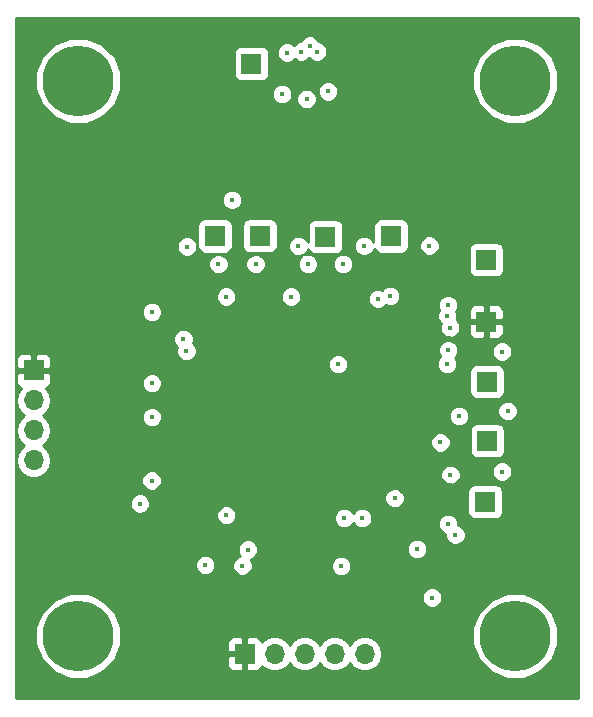
<source format=gbr>
G04 #@! TF.GenerationSoftware,KiCad,Pcbnew,(5.0.1)-3*
G04 #@! TF.CreationDate,2019-01-05T18:42:13-08:00*
G04 #@! TF.ProjectId,EScope-MSDAQ-2-INTANDAQ,4553636F70652D4D534441512D322D49,rev?*
G04 #@! TF.SameCoordinates,Original*
G04 #@! TF.FileFunction,Copper,L3,Inr,Signal*
G04 #@! TF.FilePolarity,Positive*
%FSLAX46Y46*%
G04 Gerber Fmt 4.6, Leading zero omitted, Abs format (unit mm)*
G04 Created by KiCad (PCBNEW (5.0.1)-3) date 1/5/2019 6:42:13 PM*
%MOMM*%
%LPD*%
G01*
G04 APERTURE LIST*
G04 #@! TA.AperFunction,ViaPad*
%ADD10C,6.000000*%
G04 #@! TD*
G04 #@! TA.AperFunction,ViaPad*
%ADD11R,1.700000X1.700000*%
G04 #@! TD*
G04 #@! TA.AperFunction,ViaPad*
%ADD12O,1.700000X1.700000*%
G04 #@! TD*
G04 #@! TA.AperFunction,ViaPad*
%ADD13C,0.450000*%
G04 #@! TD*
G04 #@! TA.AperFunction,Conductor*
%ADD14C,0.254000*%
G04 #@! TD*
G04 APERTURE END LIST*
D10*
G04 #@! TO.N,GND*
G04 #@! TO.C,H1*
X162023600Y-122633800D03*
G04 #@! TD*
G04 #@! TO.N,GND*
G04 #@! TO.C,H3*
X125023600Y-122633800D03*
G04 #@! TD*
G04 #@! TO.N,GND*
G04 #@! TO.C,H4*
X162023600Y-75633800D03*
G04 #@! TD*
G04 #@! TO.N,GND*
G04 #@! TO.C,H2*
X125023600Y-75633800D03*
G04 #@! TD*
D11*
G04 #@! TO.N,GND*
G04 #@! TO.C,J13*
X159588200Y-90779600D03*
G04 #@! TD*
G04 #@! TO.N,+3V3*
G04 #@! TO.C,J12*
X159562800Y-96037400D03*
G04 #@! TD*
G04 #@! TO.N,/LED2*
G04 #@! TO.C,J10*
X159664400Y-106095800D03*
G04 #@! TD*
G04 #@! TO.N,/LED1*
G04 #@! TO.C,J9*
X159639000Y-101092000D03*
G04 #@! TD*
G04 #@! TO.N,/LED3*
G04 #@! TO.C,J11*
X159486600Y-111277400D03*
G04 #@! TD*
G04 #@! TO.N,/MCU_SPI_MISO*
G04 #@! TO.C,J8*
X136613900Y-88757760D03*
G04 #@! TD*
G04 #@! TO.N,/MCU_SPI_SPCK*
G04 #@! TO.C,J7*
X145961100Y-88831420D03*
G04 #@! TD*
G04 #@! TO.N,/MCU_SPI_NPCS*
G04 #@! TO.C,J6*
X151521160Y-88773000D03*
G04 #@! TD*
G04 #@! TO.N,/MCU_SPI_MOSI*
G04 #@! TO.C,J5*
X140416280Y-88745060D03*
G04 #@! TD*
G04 #@! TO.N,Net-(J3-Pad1)*
G04 #@! TO.C,J3*
X139700000Y-74168000D03*
G04 #@! TD*
G04 #@! TO.N,+3V3*
G04 #@! TO.C,J1*
X121248201Y-100148401D03*
D12*
G04 #@! TO.N,/SWDIO*
X121248201Y-102688401D03*
G04 #@! TO.N,/SWCLK*
X121248201Y-105228401D03*
G04 #@! TO.N,GND*
X121248201Y-107768401D03*
G04 #@! TD*
D11*
G04 #@! TO.N,+3V3*
G04 #@! TO.C,J2*
X139115800Y-124155200D03*
D12*
G04 #@! TO.N,/RD*
X141655800Y-124155200D03*
G04 #@! TO.N,/RF*
X144195800Y-124155200D03*
G04 #@! TO.N,/RK*
X146735800Y-124155200D03*
G04 #@! TO.N,GND*
X149275800Y-124155200D03*
G04 #@! TD*
D13*
G04 #@! TO.N,+3V3*
X130187200Y-97727000D03*
X130276600Y-106197400D03*
X145872200Y-115392200D03*
X151536400Y-112623600D03*
X156502600Y-109817400D03*
X156400000Y-97422200D03*
X150571200Y-91109800D03*
X133807200Y-91186000D03*
X133350000Y-89611200D03*
X142773400Y-89560400D03*
X148337540Y-89558860D03*
X153875240Y-89611200D03*
G04 #@! TO.N,GND*
X136906000Y-91160600D03*
X140055600Y-91160600D03*
X131267200Y-95199200D03*
X131267200Y-101244400D03*
X131267200Y-104114600D03*
X131241800Y-109474000D03*
X139395200Y-115316000D03*
X135788400Y-116636800D03*
X153720800Y-115265200D03*
X156972000Y-114071400D03*
X156337000Y-113131600D03*
X154992400Y-119380000D03*
X156514800Y-96520000D03*
X156337000Y-94627200D03*
X147447000Y-91135200D03*
X149072600Y-112649000D03*
X147556800Y-112657200D03*
X160909000Y-108712000D03*
X161391600Y-103581200D03*
X160909000Y-98552000D03*
X134242040Y-89662000D03*
X138049000Y-85710000D03*
X143662400Y-89611200D03*
X149227540Y-89608660D03*
X154762200Y-89585800D03*
X142709900Y-73240900D03*
X156260806Y-99618800D03*
X137566400Y-112420400D03*
X156549649Y-108981951D03*
G04 #@! TO.N,/SCLK-*
X146177000Y-76531800D03*
X145262600Y-73152000D03*
G04 #@! TO.N,/MOSI-*
X144361800Y-77165200D03*
X144627600Y-72644000D03*
G04 #@! TO.N,/MISO-*
X142290800Y-76758800D03*
X143934194Y-73152120D03*
G04 #@! TO.N,/VDDCORE*
X138938000Y-116687600D03*
X147294600Y-116713000D03*
X130251200Y-111429800D03*
X156350200Y-98437200D03*
X156274000Y-95517200D03*
X144475200Y-91135200D03*
X151815800Y-110972600D03*
X134188200Y-98526600D03*
G04 #@! TO.N,/RK*
X147023604Y-99633800D03*
G04 #@! TO.N,/RF*
X143052800Y-93903800D03*
G04 #@! TO.N,/RD*
X137556800Y-93903800D03*
G04 #@! TO.N,/SWDIO*
X133943800Y-97501000D03*
G04 #@! TO.N,/LED3*
X150394400Y-94081600D03*
X155702000Y-106248200D03*
G04 #@! TO.N,/LED2*
X151434800Y-93853000D03*
X157276800Y-104012996D03*
G04 #@! TD*
D14*
G04 #@! TO.N,+3V3*
G36*
X167313600Y-127923800D02*
X119733600Y-127923800D01*
X119733600Y-121910754D01*
X121388600Y-121910754D01*
X121388600Y-123356846D01*
X121941996Y-124692862D01*
X122964538Y-125715404D01*
X124300554Y-126268800D01*
X125746646Y-126268800D01*
X127082662Y-125715404D01*
X128105204Y-124692862D01*
X128209549Y-124440950D01*
X137630800Y-124440950D01*
X137630800Y-125131509D01*
X137727473Y-125364898D01*
X137906101Y-125543527D01*
X138139490Y-125640200D01*
X138830050Y-125640200D01*
X138988800Y-125481450D01*
X138988800Y-124282200D01*
X137789550Y-124282200D01*
X137630800Y-124440950D01*
X128209549Y-124440950D01*
X128658600Y-123356846D01*
X128658600Y-123178891D01*
X137630800Y-123178891D01*
X137630800Y-123869450D01*
X137789550Y-124028200D01*
X138988800Y-124028200D01*
X138988800Y-122828950D01*
X139242800Y-122828950D01*
X139242800Y-124028200D01*
X139262800Y-124028200D01*
X139262800Y-124282200D01*
X139242800Y-124282200D01*
X139242800Y-125481450D01*
X139401550Y-125640200D01*
X140092110Y-125640200D01*
X140325499Y-125543527D01*
X140504127Y-125364898D01*
X140570704Y-125204167D01*
X140585175Y-125225825D01*
X141076382Y-125554039D01*
X141509544Y-125640200D01*
X141802056Y-125640200D01*
X142235218Y-125554039D01*
X142726425Y-125225825D01*
X142925800Y-124927439D01*
X143125175Y-125225825D01*
X143616382Y-125554039D01*
X144049544Y-125640200D01*
X144342056Y-125640200D01*
X144775218Y-125554039D01*
X145266425Y-125225825D01*
X145465800Y-124927439D01*
X145665175Y-125225825D01*
X146156382Y-125554039D01*
X146589544Y-125640200D01*
X146882056Y-125640200D01*
X147315218Y-125554039D01*
X147806425Y-125225825D01*
X148005800Y-124927439D01*
X148205175Y-125225825D01*
X148696382Y-125554039D01*
X149129544Y-125640200D01*
X149422056Y-125640200D01*
X149855218Y-125554039D01*
X150346425Y-125225825D01*
X150674639Y-124734618D01*
X150789892Y-124155200D01*
X150674639Y-123575782D01*
X150346425Y-123084575D01*
X149855218Y-122756361D01*
X149422056Y-122670200D01*
X149129544Y-122670200D01*
X148696382Y-122756361D01*
X148205175Y-123084575D01*
X148005800Y-123382961D01*
X147806425Y-123084575D01*
X147315218Y-122756361D01*
X146882056Y-122670200D01*
X146589544Y-122670200D01*
X146156382Y-122756361D01*
X145665175Y-123084575D01*
X145465800Y-123382961D01*
X145266425Y-123084575D01*
X144775218Y-122756361D01*
X144342056Y-122670200D01*
X144049544Y-122670200D01*
X143616382Y-122756361D01*
X143125175Y-123084575D01*
X142925800Y-123382961D01*
X142726425Y-123084575D01*
X142235218Y-122756361D01*
X141802056Y-122670200D01*
X141509544Y-122670200D01*
X141076382Y-122756361D01*
X140585175Y-123084575D01*
X140570704Y-123106233D01*
X140504127Y-122945502D01*
X140325499Y-122766873D01*
X140092110Y-122670200D01*
X139401550Y-122670200D01*
X139242800Y-122828950D01*
X138988800Y-122828950D01*
X138830050Y-122670200D01*
X138139490Y-122670200D01*
X137906101Y-122766873D01*
X137727473Y-122945502D01*
X137630800Y-123178891D01*
X128658600Y-123178891D01*
X128658600Y-121910754D01*
X158388600Y-121910754D01*
X158388600Y-123356846D01*
X158941996Y-124692862D01*
X159964538Y-125715404D01*
X161300554Y-126268800D01*
X162746646Y-126268800D01*
X164082662Y-125715404D01*
X165105204Y-124692862D01*
X165658600Y-123356846D01*
X165658600Y-121910754D01*
X165105204Y-120574738D01*
X164082662Y-119552196D01*
X162746646Y-118998800D01*
X161300554Y-118998800D01*
X159964538Y-119552196D01*
X158941996Y-120574738D01*
X158388600Y-121910754D01*
X128658600Y-121910754D01*
X128105204Y-120574738D01*
X127082662Y-119552196D01*
X126253957Y-119208935D01*
X154132400Y-119208935D01*
X154132400Y-119551065D01*
X154263328Y-119867151D01*
X154505249Y-120109072D01*
X154821335Y-120240000D01*
X155163465Y-120240000D01*
X155479551Y-120109072D01*
X155721472Y-119867151D01*
X155852400Y-119551065D01*
X155852400Y-119208935D01*
X155721472Y-118892849D01*
X155479551Y-118650928D01*
X155163465Y-118520000D01*
X154821335Y-118520000D01*
X154505249Y-118650928D01*
X154263328Y-118892849D01*
X154132400Y-119208935D01*
X126253957Y-119208935D01*
X125746646Y-118998800D01*
X124300554Y-118998800D01*
X122964538Y-119552196D01*
X121941996Y-120574738D01*
X121388600Y-121910754D01*
X119733600Y-121910754D01*
X119733600Y-116465735D01*
X134928400Y-116465735D01*
X134928400Y-116807865D01*
X135059328Y-117123951D01*
X135301249Y-117365872D01*
X135617335Y-117496800D01*
X135959465Y-117496800D01*
X136275551Y-117365872D01*
X136517472Y-117123951D01*
X136648400Y-116807865D01*
X136648400Y-116516535D01*
X138078000Y-116516535D01*
X138078000Y-116858665D01*
X138208928Y-117174751D01*
X138450849Y-117416672D01*
X138766935Y-117547600D01*
X139109065Y-117547600D01*
X139425151Y-117416672D01*
X139667072Y-117174751D01*
X139798000Y-116858665D01*
X139798000Y-116541935D01*
X146434600Y-116541935D01*
X146434600Y-116884065D01*
X146565528Y-117200151D01*
X146807449Y-117442072D01*
X147123535Y-117573000D01*
X147465665Y-117573000D01*
X147781751Y-117442072D01*
X148023672Y-117200151D01*
X148154600Y-116884065D01*
X148154600Y-116541935D01*
X148023672Y-116225849D01*
X147781751Y-115983928D01*
X147465665Y-115853000D01*
X147123535Y-115853000D01*
X146807449Y-115983928D01*
X146565528Y-116225849D01*
X146434600Y-116541935D01*
X139798000Y-116541935D01*
X139798000Y-116516535D01*
X139667072Y-116200449D01*
X139620258Y-116153635D01*
X139882351Y-116045072D01*
X140124272Y-115803151D01*
X140255200Y-115487065D01*
X140255200Y-115144935D01*
X140234158Y-115094135D01*
X152860800Y-115094135D01*
X152860800Y-115436265D01*
X152991728Y-115752351D01*
X153233649Y-115994272D01*
X153549735Y-116125200D01*
X153891865Y-116125200D01*
X154207951Y-115994272D01*
X154449872Y-115752351D01*
X154580800Y-115436265D01*
X154580800Y-115094135D01*
X154449872Y-114778049D01*
X154207951Y-114536128D01*
X153891865Y-114405200D01*
X153549735Y-114405200D01*
X153233649Y-114536128D01*
X152991728Y-114778049D01*
X152860800Y-115094135D01*
X140234158Y-115094135D01*
X140124272Y-114828849D01*
X139882351Y-114586928D01*
X139566265Y-114456000D01*
X139224135Y-114456000D01*
X138908049Y-114586928D01*
X138666128Y-114828849D01*
X138535200Y-115144935D01*
X138535200Y-115487065D01*
X138666128Y-115803151D01*
X138712942Y-115849965D01*
X138450849Y-115958528D01*
X138208928Y-116200449D01*
X138078000Y-116516535D01*
X136648400Y-116516535D01*
X136648400Y-116465735D01*
X136517472Y-116149649D01*
X136275551Y-115907728D01*
X135959465Y-115776800D01*
X135617335Y-115776800D01*
X135301249Y-115907728D01*
X135059328Y-116149649D01*
X134928400Y-116465735D01*
X119733600Y-116465735D01*
X119733600Y-111258735D01*
X129391200Y-111258735D01*
X129391200Y-111600865D01*
X129522128Y-111916951D01*
X129764049Y-112158872D01*
X130080135Y-112289800D01*
X130422265Y-112289800D01*
X130519955Y-112249335D01*
X136706400Y-112249335D01*
X136706400Y-112591465D01*
X136837328Y-112907551D01*
X137079249Y-113149472D01*
X137395335Y-113280400D01*
X137737465Y-113280400D01*
X138053551Y-113149472D01*
X138295472Y-112907551D01*
X138426400Y-112591465D01*
X138426400Y-112486135D01*
X146696800Y-112486135D01*
X146696800Y-112828265D01*
X146827728Y-113144351D01*
X147069649Y-113386272D01*
X147385735Y-113517200D01*
X147727865Y-113517200D01*
X148043951Y-113386272D01*
X148285872Y-113144351D01*
X148316398Y-113070655D01*
X148343528Y-113136151D01*
X148585449Y-113378072D01*
X148901535Y-113509000D01*
X149243665Y-113509000D01*
X149559751Y-113378072D01*
X149801672Y-113136151D01*
X149874415Y-112960535D01*
X155477000Y-112960535D01*
X155477000Y-113302665D01*
X155607928Y-113618751D01*
X155849849Y-113860672D01*
X156112000Y-113969259D01*
X156112000Y-114242465D01*
X156242928Y-114558551D01*
X156484849Y-114800472D01*
X156800935Y-114931400D01*
X157143065Y-114931400D01*
X157459151Y-114800472D01*
X157701072Y-114558551D01*
X157832000Y-114242465D01*
X157832000Y-113900335D01*
X157701072Y-113584249D01*
X157459151Y-113342328D01*
X157197000Y-113233741D01*
X157197000Y-112960535D01*
X157066072Y-112644449D01*
X156824151Y-112402528D01*
X156508065Y-112271600D01*
X156165935Y-112271600D01*
X155849849Y-112402528D01*
X155607928Y-112644449D01*
X155477000Y-112960535D01*
X149874415Y-112960535D01*
X149932600Y-112820065D01*
X149932600Y-112477935D01*
X149801672Y-112161849D01*
X149559751Y-111919928D01*
X149243665Y-111789000D01*
X148901535Y-111789000D01*
X148585449Y-111919928D01*
X148343528Y-112161849D01*
X148313002Y-112235545D01*
X148285872Y-112170049D01*
X148043951Y-111928128D01*
X147727865Y-111797200D01*
X147385735Y-111797200D01*
X147069649Y-111928128D01*
X146827728Y-112170049D01*
X146696800Y-112486135D01*
X138426400Y-112486135D01*
X138426400Y-112249335D01*
X138295472Y-111933249D01*
X138053551Y-111691328D01*
X137737465Y-111560400D01*
X137395335Y-111560400D01*
X137079249Y-111691328D01*
X136837328Y-111933249D01*
X136706400Y-112249335D01*
X130519955Y-112249335D01*
X130738351Y-112158872D01*
X130980272Y-111916951D01*
X131111200Y-111600865D01*
X131111200Y-111258735D01*
X130980272Y-110942649D01*
X130839158Y-110801535D01*
X150955800Y-110801535D01*
X150955800Y-111143665D01*
X151086728Y-111459751D01*
X151328649Y-111701672D01*
X151644735Y-111832600D01*
X151986865Y-111832600D01*
X152302951Y-111701672D01*
X152544872Y-111459751D01*
X152675800Y-111143665D01*
X152675800Y-110801535D01*
X152544872Y-110485449D01*
X152486823Y-110427400D01*
X157989160Y-110427400D01*
X157989160Y-112127400D01*
X158038443Y-112375165D01*
X158178791Y-112585209D01*
X158388835Y-112725557D01*
X158636600Y-112774840D01*
X160336600Y-112774840D01*
X160584365Y-112725557D01*
X160794409Y-112585209D01*
X160934757Y-112375165D01*
X160984040Y-112127400D01*
X160984040Y-110427400D01*
X160934757Y-110179635D01*
X160794409Y-109969591D01*
X160584365Y-109829243D01*
X160336600Y-109779960D01*
X158636600Y-109779960D01*
X158388835Y-109829243D01*
X158178791Y-109969591D01*
X158038443Y-110179635D01*
X157989160Y-110427400D01*
X152486823Y-110427400D01*
X152302951Y-110243528D01*
X151986865Y-110112600D01*
X151644735Y-110112600D01*
X151328649Y-110243528D01*
X151086728Y-110485449D01*
X150955800Y-110801535D01*
X130839158Y-110801535D01*
X130738351Y-110700728D01*
X130422265Y-110569800D01*
X130080135Y-110569800D01*
X129764049Y-110700728D01*
X129522128Y-110942649D01*
X129391200Y-111258735D01*
X119733600Y-111258735D01*
X119733600Y-109302935D01*
X130381800Y-109302935D01*
X130381800Y-109645065D01*
X130512728Y-109961151D01*
X130754649Y-110203072D01*
X131070735Y-110334000D01*
X131412865Y-110334000D01*
X131728951Y-110203072D01*
X131970872Y-109961151D01*
X132101800Y-109645065D01*
X132101800Y-109302935D01*
X131970872Y-108986849D01*
X131794909Y-108810886D01*
X155689649Y-108810886D01*
X155689649Y-109153016D01*
X155820577Y-109469102D01*
X156062498Y-109711023D01*
X156378584Y-109841951D01*
X156720714Y-109841951D01*
X157036800Y-109711023D01*
X157278721Y-109469102D01*
X157409649Y-109153016D01*
X157409649Y-108810886D01*
X157297831Y-108540935D01*
X160049000Y-108540935D01*
X160049000Y-108883065D01*
X160179928Y-109199151D01*
X160421849Y-109441072D01*
X160737935Y-109572000D01*
X161080065Y-109572000D01*
X161396151Y-109441072D01*
X161638072Y-109199151D01*
X161769000Y-108883065D01*
X161769000Y-108540935D01*
X161638072Y-108224849D01*
X161396151Y-107982928D01*
X161080065Y-107852000D01*
X160737935Y-107852000D01*
X160421849Y-107982928D01*
X160179928Y-108224849D01*
X160049000Y-108540935D01*
X157297831Y-108540935D01*
X157278721Y-108494800D01*
X157036800Y-108252879D01*
X156720714Y-108121951D01*
X156378584Y-108121951D01*
X156062498Y-108252879D01*
X155820577Y-108494800D01*
X155689649Y-108810886D01*
X131794909Y-108810886D01*
X131728951Y-108744928D01*
X131412865Y-108614000D01*
X131070735Y-108614000D01*
X130754649Y-108744928D01*
X130512728Y-108986849D01*
X130381800Y-109302935D01*
X119733600Y-109302935D01*
X119733600Y-102688401D01*
X119734109Y-102688401D01*
X119849362Y-103267819D01*
X120177576Y-103759026D01*
X120475962Y-103958401D01*
X120177576Y-104157776D01*
X119849362Y-104648983D01*
X119734109Y-105228401D01*
X119849362Y-105807819D01*
X120177576Y-106299026D01*
X120475962Y-106498401D01*
X120177576Y-106697776D01*
X119849362Y-107188983D01*
X119734109Y-107768401D01*
X119849362Y-108347819D01*
X120177576Y-108839026D01*
X120668783Y-109167240D01*
X121101945Y-109253401D01*
X121394457Y-109253401D01*
X121827619Y-109167240D01*
X122318826Y-108839026D01*
X122647040Y-108347819D01*
X122762293Y-107768401D01*
X122647040Y-107188983D01*
X122318826Y-106697776D01*
X122020440Y-106498401D01*
X122318826Y-106299026D01*
X122467088Y-106077135D01*
X154842000Y-106077135D01*
X154842000Y-106419265D01*
X154972928Y-106735351D01*
X155214849Y-106977272D01*
X155530935Y-107108200D01*
X155873065Y-107108200D01*
X156189151Y-106977272D01*
X156431072Y-106735351D01*
X156562000Y-106419265D01*
X156562000Y-106077135D01*
X156431072Y-105761049D01*
X156189151Y-105519128D01*
X155873065Y-105388200D01*
X155530935Y-105388200D01*
X155214849Y-105519128D01*
X154972928Y-105761049D01*
X154842000Y-106077135D01*
X122467088Y-106077135D01*
X122647040Y-105807819D01*
X122758832Y-105245800D01*
X158166960Y-105245800D01*
X158166960Y-106945800D01*
X158216243Y-107193565D01*
X158356591Y-107403609D01*
X158566635Y-107543957D01*
X158814400Y-107593240D01*
X160514400Y-107593240D01*
X160762165Y-107543957D01*
X160972209Y-107403609D01*
X161112557Y-107193565D01*
X161161840Y-106945800D01*
X161161840Y-105245800D01*
X161112557Y-104998035D01*
X160972209Y-104787991D01*
X160762165Y-104647643D01*
X160514400Y-104598360D01*
X158814400Y-104598360D01*
X158566635Y-104647643D01*
X158356591Y-104787991D01*
X158216243Y-104998035D01*
X158166960Y-105245800D01*
X122758832Y-105245800D01*
X122762293Y-105228401D01*
X122647040Y-104648983D01*
X122318826Y-104157776D01*
X122020440Y-103958401D01*
X122042688Y-103943535D01*
X130407200Y-103943535D01*
X130407200Y-104285665D01*
X130538128Y-104601751D01*
X130780049Y-104843672D01*
X131096135Y-104974600D01*
X131438265Y-104974600D01*
X131754351Y-104843672D01*
X131996272Y-104601751D01*
X132127200Y-104285665D01*
X132127200Y-103943535D01*
X132085114Y-103841931D01*
X156416800Y-103841931D01*
X156416800Y-104184061D01*
X156547728Y-104500147D01*
X156789649Y-104742068D01*
X157105735Y-104872996D01*
X157447865Y-104872996D01*
X157763951Y-104742068D01*
X158005872Y-104500147D01*
X158136800Y-104184061D01*
X158136800Y-103841931D01*
X158005872Y-103525845D01*
X157890162Y-103410135D01*
X160531600Y-103410135D01*
X160531600Y-103752265D01*
X160662528Y-104068351D01*
X160904449Y-104310272D01*
X161220535Y-104441200D01*
X161562665Y-104441200D01*
X161878751Y-104310272D01*
X162120672Y-104068351D01*
X162251600Y-103752265D01*
X162251600Y-103410135D01*
X162120672Y-103094049D01*
X161878751Y-102852128D01*
X161562665Y-102721200D01*
X161220535Y-102721200D01*
X160904449Y-102852128D01*
X160662528Y-103094049D01*
X160531600Y-103410135D01*
X157890162Y-103410135D01*
X157763951Y-103283924D01*
X157447865Y-103152996D01*
X157105735Y-103152996D01*
X156789649Y-103283924D01*
X156547728Y-103525845D01*
X156416800Y-103841931D01*
X132085114Y-103841931D01*
X131996272Y-103627449D01*
X131754351Y-103385528D01*
X131438265Y-103254600D01*
X131096135Y-103254600D01*
X130780049Y-103385528D01*
X130538128Y-103627449D01*
X130407200Y-103943535D01*
X122042688Y-103943535D01*
X122318826Y-103759026D01*
X122647040Y-103267819D01*
X122762293Y-102688401D01*
X122647040Y-102108983D01*
X122318826Y-101617776D01*
X122297168Y-101603305D01*
X122457899Y-101536728D01*
X122636528Y-101358100D01*
X122733201Y-101124711D01*
X122733201Y-101073335D01*
X130407200Y-101073335D01*
X130407200Y-101415465D01*
X130538128Y-101731551D01*
X130780049Y-101973472D01*
X131096135Y-102104400D01*
X131438265Y-102104400D01*
X131754351Y-101973472D01*
X131996272Y-101731551D01*
X132127200Y-101415465D01*
X132127200Y-101073335D01*
X131996272Y-100757249D01*
X131754351Y-100515328D01*
X131438265Y-100384400D01*
X131096135Y-100384400D01*
X130780049Y-100515328D01*
X130538128Y-100757249D01*
X130407200Y-101073335D01*
X122733201Y-101073335D01*
X122733201Y-100434151D01*
X122574451Y-100275401D01*
X121375201Y-100275401D01*
X121375201Y-100295401D01*
X121121201Y-100295401D01*
X121121201Y-100275401D01*
X119921951Y-100275401D01*
X119763201Y-100434151D01*
X119763201Y-101124711D01*
X119859874Y-101358100D01*
X120038503Y-101536728D01*
X120199234Y-101603305D01*
X120177576Y-101617776D01*
X119849362Y-102108983D01*
X119734109Y-102688401D01*
X119733600Y-102688401D01*
X119733600Y-99172091D01*
X119763201Y-99172091D01*
X119763201Y-99862651D01*
X119921951Y-100021401D01*
X121121201Y-100021401D01*
X121121201Y-98822151D01*
X121375201Y-98822151D01*
X121375201Y-100021401D01*
X122574451Y-100021401D01*
X122733201Y-99862651D01*
X122733201Y-99462735D01*
X146163604Y-99462735D01*
X146163604Y-99804865D01*
X146294532Y-100120951D01*
X146536453Y-100362872D01*
X146852539Y-100493800D01*
X147194669Y-100493800D01*
X147510755Y-100362872D01*
X147752676Y-100120951D01*
X147883604Y-99804865D01*
X147883604Y-99462735D01*
X147877391Y-99447735D01*
X155400806Y-99447735D01*
X155400806Y-99789865D01*
X155531734Y-100105951D01*
X155773655Y-100347872D01*
X156089741Y-100478800D01*
X156431871Y-100478800D01*
X156747957Y-100347872D01*
X156853829Y-100242000D01*
X158141560Y-100242000D01*
X158141560Y-101942000D01*
X158190843Y-102189765D01*
X158331191Y-102399809D01*
X158541235Y-102540157D01*
X158789000Y-102589440D01*
X160489000Y-102589440D01*
X160736765Y-102540157D01*
X160946809Y-102399809D01*
X161087157Y-102189765D01*
X161136440Y-101942000D01*
X161136440Y-100242000D01*
X161087157Y-99994235D01*
X160946809Y-99784191D01*
X160736765Y-99643843D01*
X160489000Y-99594560D01*
X158789000Y-99594560D01*
X158541235Y-99643843D01*
X158331191Y-99784191D01*
X158190843Y-99994235D01*
X158141560Y-100242000D01*
X156853829Y-100242000D01*
X156989878Y-100105951D01*
X157120806Y-99789865D01*
X157120806Y-99447735D01*
X156989878Y-99131649D01*
X156930926Y-99072697D01*
X157079272Y-98924351D01*
X157210200Y-98608265D01*
X157210200Y-98380935D01*
X160049000Y-98380935D01*
X160049000Y-98723065D01*
X160179928Y-99039151D01*
X160421849Y-99281072D01*
X160737935Y-99412000D01*
X161080065Y-99412000D01*
X161396151Y-99281072D01*
X161638072Y-99039151D01*
X161769000Y-98723065D01*
X161769000Y-98380935D01*
X161638072Y-98064849D01*
X161396151Y-97822928D01*
X161080065Y-97692000D01*
X160737935Y-97692000D01*
X160421849Y-97822928D01*
X160179928Y-98064849D01*
X160049000Y-98380935D01*
X157210200Y-98380935D01*
X157210200Y-98266135D01*
X157079272Y-97950049D01*
X156837351Y-97708128D01*
X156521265Y-97577200D01*
X156179135Y-97577200D01*
X155863049Y-97708128D01*
X155621128Y-97950049D01*
X155490200Y-98266135D01*
X155490200Y-98608265D01*
X155621128Y-98924351D01*
X155680080Y-98983303D01*
X155531734Y-99131649D01*
X155400806Y-99447735D01*
X147877391Y-99447735D01*
X147752676Y-99146649D01*
X147510755Y-98904728D01*
X147194669Y-98773800D01*
X146852539Y-98773800D01*
X146536453Y-98904728D01*
X146294532Y-99146649D01*
X146163604Y-99462735D01*
X122733201Y-99462735D01*
X122733201Y-99172091D01*
X122636528Y-98938702D01*
X122457899Y-98760074D01*
X122224510Y-98663401D01*
X121533951Y-98663401D01*
X121375201Y-98822151D01*
X121121201Y-98822151D01*
X120962451Y-98663401D01*
X120271892Y-98663401D01*
X120038503Y-98760074D01*
X119859874Y-98938702D01*
X119763201Y-99172091D01*
X119733600Y-99172091D01*
X119733600Y-97329935D01*
X133083800Y-97329935D01*
X133083800Y-97672065D01*
X133214728Y-97988151D01*
X133402569Y-98175992D01*
X133328200Y-98355535D01*
X133328200Y-98697665D01*
X133459128Y-99013751D01*
X133701049Y-99255672D01*
X134017135Y-99386600D01*
X134359265Y-99386600D01*
X134675351Y-99255672D01*
X134917272Y-99013751D01*
X135048200Y-98697665D01*
X135048200Y-98355535D01*
X134917272Y-98039449D01*
X134729431Y-97851608D01*
X134803800Y-97672065D01*
X134803800Y-97329935D01*
X134672872Y-97013849D01*
X134430951Y-96771928D01*
X134114865Y-96641000D01*
X133772735Y-96641000D01*
X133456649Y-96771928D01*
X133214728Y-97013849D01*
X133083800Y-97329935D01*
X119733600Y-97329935D01*
X119733600Y-95028135D01*
X130407200Y-95028135D01*
X130407200Y-95370265D01*
X130538128Y-95686351D01*
X130780049Y-95928272D01*
X131096135Y-96059200D01*
X131438265Y-96059200D01*
X131754351Y-95928272D01*
X131996272Y-95686351D01*
X132127200Y-95370265D01*
X132127200Y-95346135D01*
X155414000Y-95346135D01*
X155414000Y-95688265D01*
X155544928Y-96004351D01*
X155723546Y-96182969D01*
X155654800Y-96348935D01*
X155654800Y-96691065D01*
X155785728Y-97007151D01*
X156027649Y-97249072D01*
X156343735Y-97380000D01*
X156685865Y-97380000D01*
X157001951Y-97249072D01*
X157243872Y-97007151D01*
X157374800Y-96691065D01*
X157374800Y-96348935D01*
X157364120Y-96323150D01*
X158077800Y-96323150D01*
X158077800Y-97013710D01*
X158174473Y-97247099D01*
X158353102Y-97425727D01*
X158586491Y-97522400D01*
X159277050Y-97522400D01*
X159435800Y-97363650D01*
X159435800Y-96164400D01*
X159689800Y-96164400D01*
X159689800Y-97363650D01*
X159848550Y-97522400D01*
X160539109Y-97522400D01*
X160772498Y-97425727D01*
X160951127Y-97247099D01*
X161047800Y-97013710D01*
X161047800Y-96323150D01*
X160889050Y-96164400D01*
X159689800Y-96164400D01*
X159435800Y-96164400D01*
X158236550Y-96164400D01*
X158077800Y-96323150D01*
X157364120Y-96323150D01*
X157243872Y-96032849D01*
X157065254Y-95854231D01*
X157134000Y-95688265D01*
X157134000Y-95346135D01*
X157046216Y-95134207D01*
X157066072Y-95114351D01*
X157088133Y-95061090D01*
X158077800Y-95061090D01*
X158077800Y-95751650D01*
X158236550Y-95910400D01*
X159435800Y-95910400D01*
X159435800Y-94711150D01*
X159689800Y-94711150D01*
X159689800Y-95910400D01*
X160889050Y-95910400D01*
X161047800Y-95751650D01*
X161047800Y-95061090D01*
X160951127Y-94827701D01*
X160772498Y-94649073D01*
X160539109Y-94552400D01*
X159848550Y-94552400D01*
X159689800Y-94711150D01*
X159435800Y-94711150D01*
X159277050Y-94552400D01*
X158586491Y-94552400D01*
X158353102Y-94649073D01*
X158174473Y-94827701D01*
X158077800Y-95061090D01*
X157088133Y-95061090D01*
X157197000Y-94798265D01*
X157197000Y-94456135D01*
X157066072Y-94140049D01*
X156824151Y-93898128D01*
X156508065Y-93767200D01*
X156165935Y-93767200D01*
X155849849Y-93898128D01*
X155607928Y-94140049D01*
X155477000Y-94456135D01*
X155477000Y-94798265D01*
X155564784Y-95010193D01*
X155544928Y-95030049D01*
X155414000Y-95346135D01*
X132127200Y-95346135D01*
X132127200Y-95028135D01*
X131996272Y-94712049D01*
X131754351Y-94470128D01*
X131438265Y-94339200D01*
X131096135Y-94339200D01*
X130780049Y-94470128D01*
X130538128Y-94712049D01*
X130407200Y-95028135D01*
X119733600Y-95028135D01*
X119733600Y-93732735D01*
X136696800Y-93732735D01*
X136696800Y-94074865D01*
X136827728Y-94390951D01*
X137069649Y-94632872D01*
X137385735Y-94763800D01*
X137727865Y-94763800D01*
X138043951Y-94632872D01*
X138285872Y-94390951D01*
X138416800Y-94074865D01*
X138416800Y-93732735D01*
X142192800Y-93732735D01*
X142192800Y-94074865D01*
X142323728Y-94390951D01*
X142565649Y-94632872D01*
X142881735Y-94763800D01*
X143223865Y-94763800D01*
X143539951Y-94632872D01*
X143781872Y-94390951D01*
X143912800Y-94074865D01*
X143912800Y-93910535D01*
X149534400Y-93910535D01*
X149534400Y-94252665D01*
X149665328Y-94568751D01*
X149907249Y-94810672D01*
X150223335Y-94941600D01*
X150565465Y-94941600D01*
X150881551Y-94810672D01*
X151062555Y-94629668D01*
X151263735Y-94713000D01*
X151605865Y-94713000D01*
X151921951Y-94582072D01*
X152163872Y-94340151D01*
X152294800Y-94024065D01*
X152294800Y-93681935D01*
X152163872Y-93365849D01*
X151921951Y-93123928D01*
X151605865Y-92993000D01*
X151263735Y-92993000D01*
X150947649Y-93123928D01*
X150766645Y-93304932D01*
X150565465Y-93221600D01*
X150223335Y-93221600D01*
X149907249Y-93352528D01*
X149665328Y-93594449D01*
X149534400Y-93910535D01*
X143912800Y-93910535D01*
X143912800Y-93732735D01*
X143781872Y-93416649D01*
X143539951Y-93174728D01*
X143223865Y-93043800D01*
X142881735Y-93043800D01*
X142565649Y-93174728D01*
X142323728Y-93416649D01*
X142192800Y-93732735D01*
X138416800Y-93732735D01*
X138285872Y-93416649D01*
X138043951Y-93174728D01*
X137727865Y-93043800D01*
X137385735Y-93043800D01*
X137069649Y-93174728D01*
X136827728Y-93416649D01*
X136696800Y-93732735D01*
X119733600Y-93732735D01*
X119733600Y-90989535D01*
X136046000Y-90989535D01*
X136046000Y-91331665D01*
X136176928Y-91647751D01*
X136418849Y-91889672D01*
X136734935Y-92020600D01*
X137077065Y-92020600D01*
X137393151Y-91889672D01*
X137635072Y-91647751D01*
X137766000Y-91331665D01*
X137766000Y-90989535D01*
X139195600Y-90989535D01*
X139195600Y-91331665D01*
X139326528Y-91647751D01*
X139568449Y-91889672D01*
X139884535Y-92020600D01*
X140226665Y-92020600D01*
X140542751Y-91889672D01*
X140784672Y-91647751D01*
X140915600Y-91331665D01*
X140915600Y-90989535D01*
X140784672Y-90673449D01*
X140542751Y-90431528D01*
X140226665Y-90300600D01*
X139884535Y-90300600D01*
X139568449Y-90431528D01*
X139326528Y-90673449D01*
X139195600Y-90989535D01*
X137766000Y-90989535D01*
X137635072Y-90673449D01*
X137393151Y-90431528D01*
X137077065Y-90300600D01*
X136734935Y-90300600D01*
X136418849Y-90431528D01*
X136176928Y-90673449D01*
X136046000Y-90989535D01*
X119733600Y-90989535D01*
X119733600Y-89490935D01*
X133382040Y-89490935D01*
X133382040Y-89833065D01*
X133512968Y-90149151D01*
X133754889Y-90391072D01*
X134070975Y-90522000D01*
X134413105Y-90522000D01*
X134729191Y-90391072D01*
X134971112Y-90149151D01*
X135102040Y-89833065D01*
X135102040Y-89490935D01*
X134971112Y-89174849D01*
X134729191Y-88932928D01*
X134413105Y-88802000D01*
X134070975Y-88802000D01*
X133754889Y-88932928D01*
X133512968Y-89174849D01*
X133382040Y-89490935D01*
X119733600Y-89490935D01*
X119733600Y-87907760D01*
X135116460Y-87907760D01*
X135116460Y-89607760D01*
X135165743Y-89855525D01*
X135306091Y-90065569D01*
X135516135Y-90205917D01*
X135763900Y-90255200D01*
X137463900Y-90255200D01*
X137711665Y-90205917D01*
X137921709Y-90065569D01*
X138062057Y-89855525D01*
X138111340Y-89607760D01*
X138111340Y-87907760D01*
X138108814Y-87895060D01*
X138918840Y-87895060D01*
X138918840Y-89595060D01*
X138968123Y-89842825D01*
X139108471Y-90052869D01*
X139318515Y-90193217D01*
X139566280Y-90242500D01*
X141266280Y-90242500D01*
X141514045Y-90193217D01*
X141724089Y-90052869D01*
X141864437Y-89842825D01*
X141913720Y-89595060D01*
X141913720Y-89440135D01*
X142802400Y-89440135D01*
X142802400Y-89782265D01*
X142933328Y-90098351D01*
X143175249Y-90340272D01*
X143491335Y-90471200D01*
X143833465Y-90471200D01*
X143986272Y-90407905D01*
X143746128Y-90648049D01*
X143615200Y-90964135D01*
X143615200Y-91306265D01*
X143746128Y-91622351D01*
X143988049Y-91864272D01*
X144304135Y-91995200D01*
X144646265Y-91995200D01*
X144962351Y-91864272D01*
X145204272Y-91622351D01*
X145335200Y-91306265D01*
X145335200Y-90964135D01*
X146587000Y-90964135D01*
X146587000Y-91306265D01*
X146717928Y-91622351D01*
X146959849Y-91864272D01*
X147275935Y-91995200D01*
X147618065Y-91995200D01*
X147934151Y-91864272D01*
X148176072Y-91622351D01*
X148307000Y-91306265D01*
X148307000Y-90964135D01*
X148176072Y-90648049D01*
X147934151Y-90406128D01*
X147618065Y-90275200D01*
X147275935Y-90275200D01*
X146959849Y-90406128D01*
X146717928Y-90648049D01*
X146587000Y-90964135D01*
X145335200Y-90964135D01*
X145204272Y-90648049D01*
X144962351Y-90406128D01*
X144646265Y-90275200D01*
X144304135Y-90275200D01*
X144151328Y-90338495D01*
X144391472Y-90098351D01*
X144496268Y-89845353D01*
X144512943Y-89929185D01*
X144653291Y-90139229D01*
X144863335Y-90279577D01*
X145111100Y-90328860D01*
X146811100Y-90328860D01*
X147058865Y-90279577D01*
X147268909Y-90139229D01*
X147409257Y-89929185D01*
X147458540Y-89681420D01*
X147458540Y-89437595D01*
X148367540Y-89437595D01*
X148367540Y-89779725D01*
X148498468Y-90095811D01*
X148740389Y-90337732D01*
X149056475Y-90468660D01*
X149398605Y-90468660D01*
X149714691Y-90337732D01*
X149956612Y-90095811D01*
X150065485Y-89832970D01*
X150073003Y-89870765D01*
X150213351Y-90080809D01*
X150423395Y-90221157D01*
X150671160Y-90270440D01*
X152371160Y-90270440D01*
X152618925Y-90221157D01*
X152828969Y-90080809D01*
X152969317Y-89870765D01*
X153018600Y-89623000D01*
X153018600Y-89414735D01*
X153902200Y-89414735D01*
X153902200Y-89756865D01*
X154033128Y-90072951D01*
X154275049Y-90314872D01*
X154591135Y-90445800D01*
X154933265Y-90445800D01*
X155249351Y-90314872D01*
X155491272Y-90072951D01*
X155550650Y-89929600D01*
X158090760Y-89929600D01*
X158090760Y-91629600D01*
X158140043Y-91877365D01*
X158280391Y-92087409D01*
X158490435Y-92227757D01*
X158738200Y-92277040D01*
X160438200Y-92277040D01*
X160685965Y-92227757D01*
X160896009Y-92087409D01*
X161036357Y-91877365D01*
X161085640Y-91629600D01*
X161085640Y-89929600D01*
X161036357Y-89681835D01*
X160896009Y-89471791D01*
X160685965Y-89331443D01*
X160438200Y-89282160D01*
X158738200Y-89282160D01*
X158490435Y-89331443D01*
X158280391Y-89471791D01*
X158140043Y-89681835D01*
X158090760Y-89929600D01*
X155550650Y-89929600D01*
X155622200Y-89756865D01*
X155622200Y-89414735D01*
X155491272Y-89098649D01*
X155249351Y-88856728D01*
X154933265Y-88725800D01*
X154591135Y-88725800D01*
X154275049Y-88856728D01*
X154033128Y-89098649D01*
X153902200Y-89414735D01*
X153018600Y-89414735D01*
X153018600Y-87923000D01*
X152969317Y-87675235D01*
X152828969Y-87465191D01*
X152618925Y-87324843D01*
X152371160Y-87275560D01*
X150671160Y-87275560D01*
X150423395Y-87324843D01*
X150213351Y-87465191D01*
X150073003Y-87675235D01*
X150023720Y-87923000D01*
X150023720Y-89283521D01*
X149956612Y-89121509D01*
X149714691Y-88879588D01*
X149398605Y-88748660D01*
X149056475Y-88748660D01*
X148740389Y-88879588D01*
X148498468Y-89121509D01*
X148367540Y-89437595D01*
X147458540Y-89437595D01*
X147458540Y-87981420D01*
X147409257Y-87733655D01*
X147268909Y-87523611D01*
X147058865Y-87383263D01*
X146811100Y-87333980D01*
X145111100Y-87333980D01*
X144863335Y-87383263D01*
X144653291Y-87523611D01*
X144512943Y-87733655D01*
X144463660Y-87981420D01*
X144463660Y-89298325D01*
X144391472Y-89124049D01*
X144149551Y-88882128D01*
X143833465Y-88751200D01*
X143491335Y-88751200D01*
X143175249Y-88882128D01*
X142933328Y-89124049D01*
X142802400Y-89440135D01*
X141913720Y-89440135D01*
X141913720Y-87895060D01*
X141864437Y-87647295D01*
X141724089Y-87437251D01*
X141514045Y-87296903D01*
X141266280Y-87247620D01*
X139566280Y-87247620D01*
X139318515Y-87296903D01*
X139108471Y-87437251D01*
X138968123Y-87647295D01*
X138918840Y-87895060D01*
X138108814Y-87895060D01*
X138062057Y-87659995D01*
X137921709Y-87449951D01*
X137711665Y-87309603D01*
X137463900Y-87260320D01*
X135763900Y-87260320D01*
X135516135Y-87309603D01*
X135306091Y-87449951D01*
X135165743Y-87659995D01*
X135116460Y-87907760D01*
X119733600Y-87907760D01*
X119733600Y-85538935D01*
X137189000Y-85538935D01*
X137189000Y-85881065D01*
X137319928Y-86197151D01*
X137561849Y-86439072D01*
X137877935Y-86570000D01*
X138220065Y-86570000D01*
X138536151Y-86439072D01*
X138778072Y-86197151D01*
X138909000Y-85881065D01*
X138909000Y-85538935D01*
X138778072Y-85222849D01*
X138536151Y-84980928D01*
X138220065Y-84850000D01*
X137877935Y-84850000D01*
X137561849Y-84980928D01*
X137319928Y-85222849D01*
X137189000Y-85538935D01*
X119733600Y-85538935D01*
X119733600Y-74910754D01*
X121388600Y-74910754D01*
X121388600Y-76356846D01*
X121941996Y-77692862D01*
X122964538Y-78715404D01*
X124300554Y-79268800D01*
X125746646Y-79268800D01*
X127082662Y-78715404D01*
X128105204Y-77692862D01*
X128562962Y-76587735D01*
X141430800Y-76587735D01*
X141430800Y-76929865D01*
X141561728Y-77245951D01*
X141803649Y-77487872D01*
X142119735Y-77618800D01*
X142461865Y-77618800D01*
X142777951Y-77487872D01*
X143019872Y-77245951D01*
X143124178Y-76994135D01*
X143501800Y-76994135D01*
X143501800Y-77336265D01*
X143632728Y-77652351D01*
X143874649Y-77894272D01*
X144190735Y-78025200D01*
X144532865Y-78025200D01*
X144848951Y-77894272D01*
X145090872Y-77652351D01*
X145221800Y-77336265D01*
X145221800Y-76994135D01*
X145090872Y-76678049D01*
X144848951Y-76436128D01*
X144666938Y-76360735D01*
X145317000Y-76360735D01*
X145317000Y-76702865D01*
X145447928Y-77018951D01*
X145689849Y-77260872D01*
X146005935Y-77391800D01*
X146348065Y-77391800D01*
X146664151Y-77260872D01*
X146906072Y-77018951D01*
X147037000Y-76702865D01*
X147037000Y-76360735D01*
X146906072Y-76044649D01*
X146664151Y-75802728D01*
X146348065Y-75671800D01*
X146005935Y-75671800D01*
X145689849Y-75802728D01*
X145447928Y-76044649D01*
X145317000Y-76360735D01*
X144666938Y-76360735D01*
X144532865Y-76305200D01*
X144190735Y-76305200D01*
X143874649Y-76436128D01*
X143632728Y-76678049D01*
X143501800Y-76994135D01*
X143124178Y-76994135D01*
X143150800Y-76929865D01*
X143150800Y-76587735D01*
X143019872Y-76271649D01*
X142777951Y-76029728D01*
X142461865Y-75898800D01*
X142119735Y-75898800D01*
X141803649Y-76029728D01*
X141561728Y-76271649D01*
X141430800Y-76587735D01*
X128562962Y-76587735D01*
X128658600Y-76356846D01*
X128658600Y-74910754D01*
X128105204Y-73574738D01*
X127848466Y-73318000D01*
X138202560Y-73318000D01*
X138202560Y-75018000D01*
X138251843Y-75265765D01*
X138392191Y-75475809D01*
X138602235Y-75616157D01*
X138850000Y-75665440D01*
X140550000Y-75665440D01*
X140797765Y-75616157D01*
X141007809Y-75475809D01*
X141148157Y-75265765D01*
X141197440Y-75018000D01*
X141197440Y-74910754D01*
X158388600Y-74910754D01*
X158388600Y-76356846D01*
X158941996Y-77692862D01*
X159964538Y-78715404D01*
X161300554Y-79268800D01*
X162746646Y-79268800D01*
X164082662Y-78715404D01*
X165105204Y-77692862D01*
X165658600Y-76356846D01*
X165658600Y-74910754D01*
X165105204Y-73574738D01*
X164082662Y-72552196D01*
X162746646Y-71998800D01*
X161300554Y-71998800D01*
X159964538Y-72552196D01*
X158941996Y-73574738D01*
X158388600Y-74910754D01*
X141197440Y-74910754D01*
X141197440Y-73318000D01*
X141148157Y-73070235D01*
X141147890Y-73069835D01*
X141849900Y-73069835D01*
X141849900Y-73411965D01*
X141980828Y-73728051D01*
X142222749Y-73969972D01*
X142538835Y-74100900D01*
X142880965Y-74100900D01*
X143197051Y-73969972D01*
X143366437Y-73800586D01*
X143447043Y-73881192D01*
X143763129Y-74012120D01*
X144105259Y-74012120D01*
X144421345Y-73881192D01*
X144598457Y-73704080D01*
X144775449Y-73881072D01*
X145091535Y-74012000D01*
X145433665Y-74012000D01*
X145749751Y-73881072D01*
X145991672Y-73639151D01*
X146122600Y-73323065D01*
X146122600Y-72980935D01*
X145991672Y-72664849D01*
X145749751Y-72422928D01*
X145433665Y-72292000D01*
X145412654Y-72292000D01*
X145356672Y-72156849D01*
X145114751Y-71914928D01*
X144798665Y-71784000D01*
X144456535Y-71784000D01*
X144140449Y-71914928D01*
X143898528Y-72156849D01*
X143842497Y-72292120D01*
X143763129Y-72292120D01*
X143447043Y-72423048D01*
X143277657Y-72592434D01*
X143197051Y-72511828D01*
X142880965Y-72380900D01*
X142538835Y-72380900D01*
X142222749Y-72511828D01*
X141980828Y-72753749D01*
X141849900Y-73069835D01*
X141147890Y-73069835D01*
X141007809Y-72860191D01*
X140797765Y-72719843D01*
X140550000Y-72670560D01*
X138850000Y-72670560D01*
X138602235Y-72719843D01*
X138392191Y-72860191D01*
X138251843Y-73070235D01*
X138202560Y-73318000D01*
X127848466Y-73318000D01*
X127082662Y-72552196D01*
X125746646Y-71998800D01*
X124300554Y-71998800D01*
X122964538Y-72552196D01*
X121941996Y-73574738D01*
X121388600Y-74910754D01*
X119733600Y-74910754D01*
X119733600Y-70343800D01*
X167313601Y-70343800D01*
X167313600Y-127923800D01*
X167313600Y-127923800D01*
G37*
X167313600Y-127923800D02*
X119733600Y-127923800D01*
X119733600Y-121910754D01*
X121388600Y-121910754D01*
X121388600Y-123356846D01*
X121941996Y-124692862D01*
X122964538Y-125715404D01*
X124300554Y-126268800D01*
X125746646Y-126268800D01*
X127082662Y-125715404D01*
X128105204Y-124692862D01*
X128209549Y-124440950D01*
X137630800Y-124440950D01*
X137630800Y-125131509D01*
X137727473Y-125364898D01*
X137906101Y-125543527D01*
X138139490Y-125640200D01*
X138830050Y-125640200D01*
X138988800Y-125481450D01*
X138988800Y-124282200D01*
X137789550Y-124282200D01*
X137630800Y-124440950D01*
X128209549Y-124440950D01*
X128658600Y-123356846D01*
X128658600Y-123178891D01*
X137630800Y-123178891D01*
X137630800Y-123869450D01*
X137789550Y-124028200D01*
X138988800Y-124028200D01*
X138988800Y-122828950D01*
X139242800Y-122828950D01*
X139242800Y-124028200D01*
X139262800Y-124028200D01*
X139262800Y-124282200D01*
X139242800Y-124282200D01*
X139242800Y-125481450D01*
X139401550Y-125640200D01*
X140092110Y-125640200D01*
X140325499Y-125543527D01*
X140504127Y-125364898D01*
X140570704Y-125204167D01*
X140585175Y-125225825D01*
X141076382Y-125554039D01*
X141509544Y-125640200D01*
X141802056Y-125640200D01*
X142235218Y-125554039D01*
X142726425Y-125225825D01*
X142925800Y-124927439D01*
X143125175Y-125225825D01*
X143616382Y-125554039D01*
X144049544Y-125640200D01*
X144342056Y-125640200D01*
X144775218Y-125554039D01*
X145266425Y-125225825D01*
X145465800Y-124927439D01*
X145665175Y-125225825D01*
X146156382Y-125554039D01*
X146589544Y-125640200D01*
X146882056Y-125640200D01*
X147315218Y-125554039D01*
X147806425Y-125225825D01*
X148005800Y-124927439D01*
X148205175Y-125225825D01*
X148696382Y-125554039D01*
X149129544Y-125640200D01*
X149422056Y-125640200D01*
X149855218Y-125554039D01*
X150346425Y-125225825D01*
X150674639Y-124734618D01*
X150789892Y-124155200D01*
X150674639Y-123575782D01*
X150346425Y-123084575D01*
X149855218Y-122756361D01*
X149422056Y-122670200D01*
X149129544Y-122670200D01*
X148696382Y-122756361D01*
X148205175Y-123084575D01*
X148005800Y-123382961D01*
X147806425Y-123084575D01*
X147315218Y-122756361D01*
X146882056Y-122670200D01*
X146589544Y-122670200D01*
X146156382Y-122756361D01*
X145665175Y-123084575D01*
X145465800Y-123382961D01*
X145266425Y-123084575D01*
X144775218Y-122756361D01*
X144342056Y-122670200D01*
X144049544Y-122670200D01*
X143616382Y-122756361D01*
X143125175Y-123084575D01*
X142925800Y-123382961D01*
X142726425Y-123084575D01*
X142235218Y-122756361D01*
X141802056Y-122670200D01*
X141509544Y-122670200D01*
X141076382Y-122756361D01*
X140585175Y-123084575D01*
X140570704Y-123106233D01*
X140504127Y-122945502D01*
X140325499Y-122766873D01*
X140092110Y-122670200D01*
X139401550Y-122670200D01*
X139242800Y-122828950D01*
X138988800Y-122828950D01*
X138830050Y-122670200D01*
X138139490Y-122670200D01*
X137906101Y-122766873D01*
X137727473Y-122945502D01*
X137630800Y-123178891D01*
X128658600Y-123178891D01*
X128658600Y-121910754D01*
X158388600Y-121910754D01*
X158388600Y-123356846D01*
X158941996Y-124692862D01*
X159964538Y-125715404D01*
X161300554Y-126268800D01*
X162746646Y-126268800D01*
X164082662Y-125715404D01*
X165105204Y-124692862D01*
X165658600Y-123356846D01*
X165658600Y-121910754D01*
X165105204Y-120574738D01*
X164082662Y-119552196D01*
X162746646Y-118998800D01*
X161300554Y-118998800D01*
X159964538Y-119552196D01*
X158941996Y-120574738D01*
X158388600Y-121910754D01*
X128658600Y-121910754D01*
X128105204Y-120574738D01*
X127082662Y-119552196D01*
X126253957Y-119208935D01*
X154132400Y-119208935D01*
X154132400Y-119551065D01*
X154263328Y-119867151D01*
X154505249Y-120109072D01*
X154821335Y-120240000D01*
X155163465Y-120240000D01*
X155479551Y-120109072D01*
X155721472Y-119867151D01*
X155852400Y-119551065D01*
X155852400Y-119208935D01*
X155721472Y-118892849D01*
X155479551Y-118650928D01*
X155163465Y-118520000D01*
X154821335Y-118520000D01*
X154505249Y-118650928D01*
X154263328Y-118892849D01*
X154132400Y-119208935D01*
X126253957Y-119208935D01*
X125746646Y-118998800D01*
X124300554Y-118998800D01*
X122964538Y-119552196D01*
X121941996Y-120574738D01*
X121388600Y-121910754D01*
X119733600Y-121910754D01*
X119733600Y-116465735D01*
X134928400Y-116465735D01*
X134928400Y-116807865D01*
X135059328Y-117123951D01*
X135301249Y-117365872D01*
X135617335Y-117496800D01*
X135959465Y-117496800D01*
X136275551Y-117365872D01*
X136517472Y-117123951D01*
X136648400Y-116807865D01*
X136648400Y-116516535D01*
X138078000Y-116516535D01*
X138078000Y-116858665D01*
X138208928Y-117174751D01*
X138450849Y-117416672D01*
X138766935Y-117547600D01*
X139109065Y-117547600D01*
X139425151Y-117416672D01*
X139667072Y-117174751D01*
X139798000Y-116858665D01*
X139798000Y-116541935D01*
X146434600Y-116541935D01*
X146434600Y-116884065D01*
X146565528Y-117200151D01*
X146807449Y-117442072D01*
X147123535Y-117573000D01*
X147465665Y-117573000D01*
X147781751Y-117442072D01*
X148023672Y-117200151D01*
X148154600Y-116884065D01*
X148154600Y-116541935D01*
X148023672Y-116225849D01*
X147781751Y-115983928D01*
X147465665Y-115853000D01*
X147123535Y-115853000D01*
X146807449Y-115983928D01*
X146565528Y-116225849D01*
X146434600Y-116541935D01*
X139798000Y-116541935D01*
X139798000Y-116516535D01*
X139667072Y-116200449D01*
X139620258Y-116153635D01*
X139882351Y-116045072D01*
X140124272Y-115803151D01*
X140255200Y-115487065D01*
X140255200Y-115144935D01*
X140234158Y-115094135D01*
X152860800Y-115094135D01*
X152860800Y-115436265D01*
X152991728Y-115752351D01*
X153233649Y-115994272D01*
X153549735Y-116125200D01*
X153891865Y-116125200D01*
X154207951Y-115994272D01*
X154449872Y-115752351D01*
X154580800Y-115436265D01*
X154580800Y-115094135D01*
X154449872Y-114778049D01*
X154207951Y-114536128D01*
X153891865Y-114405200D01*
X153549735Y-114405200D01*
X153233649Y-114536128D01*
X152991728Y-114778049D01*
X152860800Y-115094135D01*
X140234158Y-115094135D01*
X140124272Y-114828849D01*
X139882351Y-114586928D01*
X139566265Y-114456000D01*
X139224135Y-114456000D01*
X138908049Y-114586928D01*
X138666128Y-114828849D01*
X138535200Y-115144935D01*
X138535200Y-115487065D01*
X138666128Y-115803151D01*
X138712942Y-115849965D01*
X138450849Y-115958528D01*
X138208928Y-116200449D01*
X138078000Y-116516535D01*
X136648400Y-116516535D01*
X136648400Y-116465735D01*
X136517472Y-116149649D01*
X136275551Y-115907728D01*
X135959465Y-115776800D01*
X135617335Y-115776800D01*
X135301249Y-115907728D01*
X135059328Y-116149649D01*
X134928400Y-116465735D01*
X119733600Y-116465735D01*
X119733600Y-111258735D01*
X129391200Y-111258735D01*
X129391200Y-111600865D01*
X129522128Y-111916951D01*
X129764049Y-112158872D01*
X130080135Y-112289800D01*
X130422265Y-112289800D01*
X130519955Y-112249335D01*
X136706400Y-112249335D01*
X136706400Y-112591465D01*
X136837328Y-112907551D01*
X137079249Y-113149472D01*
X137395335Y-113280400D01*
X137737465Y-113280400D01*
X138053551Y-113149472D01*
X138295472Y-112907551D01*
X138426400Y-112591465D01*
X138426400Y-112486135D01*
X146696800Y-112486135D01*
X146696800Y-112828265D01*
X146827728Y-113144351D01*
X147069649Y-113386272D01*
X147385735Y-113517200D01*
X147727865Y-113517200D01*
X148043951Y-113386272D01*
X148285872Y-113144351D01*
X148316398Y-113070655D01*
X148343528Y-113136151D01*
X148585449Y-113378072D01*
X148901535Y-113509000D01*
X149243665Y-113509000D01*
X149559751Y-113378072D01*
X149801672Y-113136151D01*
X149874415Y-112960535D01*
X155477000Y-112960535D01*
X155477000Y-113302665D01*
X155607928Y-113618751D01*
X155849849Y-113860672D01*
X156112000Y-113969259D01*
X156112000Y-114242465D01*
X156242928Y-114558551D01*
X156484849Y-114800472D01*
X156800935Y-114931400D01*
X157143065Y-114931400D01*
X157459151Y-114800472D01*
X157701072Y-114558551D01*
X157832000Y-114242465D01*
X157832000Y-113900335D01*
X157701072Y-113584249D01*
X157459151Y-113342328D01*
X157197000Y-113233741D01*
X157197000Y-112960535D01*
X157066072Y-112644449D01*
X156824151Y-112402528D01*
X156508065Y-112271600D01*
X156165935Y-112271600D01*
X155849849Y-112402528D01*
X155607928Y-112644449D01*
X155477000Y-112960535D01*
X149874415Y-112960535D01*
X149932600Y-112820065D01*
X149932600Y-112477935D01*
X149801672Y-112161849D01*
X149559751Y-111919928D01*
X149243665Y-111789000D01*
X148901535Y-111789000D01*
X148585449Y-111919928D01*
X148343528Y-112161849D01*
X148313002Y-112235545D01*
X148285872Y-112170049D01*
X148043951Y-111928128D01*
X147727865Y-111797200D01*
X147385735Y-111797200D01*
X147069649Y-111928128D01*
X146827728Y-112170049D01*
X146696800Y-112486135D01*
X138426400Y-112486135D01*
X138426400Y-112249335D01*
X138295472Y-111933249D01*
X138053551Y-111691328D01*
X137737465Y-111560400D01*
X137395335Y-111560400D01*
X137079249Y-111691328D01*
X136837328Y-111933249D01*
X136706400Y-112249335D01*
X130519955Y-112249335D01*
X130738351Y-112158872D01*
X130980272Y-111916951D01*
X131111200Y-111600865D01*
X131111200Y-111258735D01*
X130980272Y-110942649D01*
X130839158Y-110801535D01*
X150955800Y-110801535D01*
X150955800Y-111143665D01*
X151086728Y-111459751D01*
X151328649Y-111701672D01*
X151644735Y-111832600D01*
X151986865Y-111832600D01*
X152302951Y-111701672D01*
X152544872Y-111459751D01*
X152675800Y-111143665D01*
X152675800Y-110801535D01*
X152544872Y-110485449D01*
X152486823Y-110427400D01*
X157989160Y-110427400D01*
X157989160Y-112127400D01*
X158038443Y-112375165D01*
X158178791Y-112585209D01*
X158388835Y-112725557D01*
X158636600Y-112774840D01*
X160336600Y-112774840D01*
X160584365Y-112725557D01*
X160794409Y-112585209D01*
X160934757Y-112375165D01*
X160984040Y-112127400D01*
X160984040Y-110427400D01*
X160934757Y-110179635D01*
X160794409Y-109969591D01*
X160584365Y-109829243D01*
X160336600Y-109779960D01*
X158636600Y-109779960D01*
X158388835Y-109829243D01*
X158178791Y-109969591D01*
X158038443Y-110179635D01*
X157989160Y-110427400D01*
X152486823Y-110427400D01*
X152302951Y-110243528D01*
X151986865Y-110112600D01*
X151644735Y-110112600D01*
X151328649Y-110243528D01*
X151086728Y-110485449D01*
X150955800Y-110801535D01*
X130839158Y-110801535D01*
X130738351Y-110700728D01*
X130422265Y-110569800D01*
X130080135Y-110569800D01*
X129764049Y-110700728D01*
X129522128Y-110942649D01*
X129391200Y-111258735D01*
X119733600Y-111258735D01*
X119733600Y-109302935D01*
X130381800Y-109302935D01*
X130381800Y-109645065D01*
X130512728Y-109961151D01*
X130754649Y-110203072D01*
X131070735Y-110334000D01*
X131412865Y-110334000D01*
X131728951Y-110203072D01*
X131970872Y-109961151D01*
X132101800Y-109645065D01*
X132101800Y-109302935D01*
X131970872Y-108986849D01*
X131794909Y-108810886D01*
X155689649Y-108810886D01*
X155689649Y-109153016D01*
X155820577Y-109469102D01*
X156062498Y-109711023D01*
X156378584Y-109841951D01*
X156720714Y-109841951D01*
X157036800Y-109711023D01*
X157278721Y-109469102D01*
X157409649Y-109153016D01*
X157409649Y-108810886D01*
X157297831Y-108540935D01*
X160049000Y-108540935D01*
X160049000Y-108883065D01*
X160179928Y-109199151D01*
X160421849Y-109441072D01*
X160737935Y-109572000D01*
X161080065Y-109572000D01*
X161396151Y-109441072D01*
X161638072Y-109199151D01*
X161769000Y-108883065D01*
X161769000Y-108540935D01*
X161638072Y-108224849D01*
X161396151Y-107982928D01*
X161080065Y-107852000D01*
X160737935Y-107852000D01*
X160421849Y-107982928D01*
X160179928Y-108224849D01*
X160049000Y-108540935D01*
X157297831Y-108540935D01*
X157278721Y-108494800D01*
X157036800Y-108252879D01*
X156720714Y-108121951D01*
X156378584Y-108121951D01*
X156062498Y-108252879D01*
X155820577Y-108494800D01*
X155689649Y-108810886D01*
X131794909Y-108810886D01*
X131728951Y-108744928D01*
X131412865Y-108614000D01*
X131070735Y-108614000D01*
X130754649Y-108744928D01*
X130512728Y-108986849D01*
X130381800Y-109302935D01*
X119733600Y-109302935D01*
X119733600Y-102688401D01*
X119734109Y-102688401D01*
X119849362Y-103267819D01*
X120177576Y-103759026D01*
X120475962Y-103958401D01*
X120177576Y-104157776D01*
X119849362Y-104648983D01*
X119734109Y-105228401D01*
X119849362Y-105807819D01*
X120177576Y-106299026D01*
X120475962Y-106498401D01*
X120177576Y-106697776D01*
X119849362Y-107188983D01*
X119734109Y-107768401D01*
X119849362Y-108347819D01*
X120177576Y-108839026D01*
X120668783Y-109167240D01*
X121101945Y-109253401D01*
X121394457Y-109253401D01*
X121827619Y-109167240D01*
X122318826Y-108839026D01*
X122647040Y-108347819D01*
X122762293Y-107768401D01*
X122647040Y-107188983D01*
X122318826Y-106697776D01*
X122020440Y-106498401D01*
X122318826Y-106299026D01*
X122467088Y-106077135D01*
X154842000Y-106077135D01*
X154842000Y-106419265D01*
X154972928Y-106735351D01*
X155214849Y-106977272D01*
X155530935Y-107108200D01*
X155873065Y-107108200D01*
X156189151Y-106977272D01*
X156431072Y-106735351D01*
X156562000Y-106419265D01*
X156562000Y-106077135D01*
X156431072Y-105761049D01*
X156189151Y-105519128D01*
X155873065Y-105388200D01*
X155530935Y-105388200D01*
X155214849Y-105519128D01*
X154972928Y-105761049D01*
X154842000Y-106077135D01*
X122467088Y-106077135D01*
X122647040Y-105807819D01*
X122758832Y-105245800D01*
X158166960Y-105245800D01*
X158166960Y-106945800D01*
X158216243Y-107193565D01*
X158356591Y-107403609D01*
X158566635Y-107543957D01*
X158814400Y-107593240D01*
X160514400Y-107593240D01*
X160762165Y-107543957D01*
X160972209Y-107403609D01*
X161112557Y-107193565D01*
X161161840Y-106945800D01*
X161161840Y-105245800D01*
X161112557Y-104998035D01*
X160972209Y-104787991D01*
X160762165Y-104647643D01*
X160514400Y-104598360D01*
X158814400Y-104598360D01*
X158566635Y-104647643D01*
X158356591Y-104787991D01*
X158216243Y-104998035D01*
X158166960Y-105245800D01*
X122758832Y-105245800D01*
X122762293Y-105228401D01*
X122647040Y-104648983D01*
X122318826Y-104157776D01*
X122020440Y-103958401D01*
X122042688Y-103943535D01*
X130407200Y-103943535D01*
X130407200Y-104285665D01*
X130538128Y-104601751D01*
X130780049Y-104843672D01*
X131096135Y-104974600D01*
X131438265Y-104974600D01*
X131754351Y-104843672D01*
X131996272Y-104601751D01*
X132127200Y-104285665D01*
X132127200Y-103943535D01*
X132085114Y-103841931D01*
X156416800Y-103841931D01*
X156416800Y-104184061D01*
X156547728Y-104500147D01*
X156789649Y-104742068D01*
X157105735Y-104872996D01*
X157447865Y-104872996D01*
X157763951Y-104742068D01*
X158005872Y-104500147D01*
X158136800Y-104184061D01*
X158136800Y-103841931D01*
X158005872Y-103525845D01*
X157890162Y-103410135D01*
X160531600Y-103410135D01*
X160531600Y-103752265D01*
X160662528Y-104068351D01*
X160904449Y-104310272D01*
X161220535Y-104441200D01*
X161562665Y-104441200D01*
X161878751Y-104310272D01*
X162120672Y-104068351D01*
X162251600Y-103752265D01*
X162251600Y-103410135D01*
X162120672Y-103094049D01*
X161878751Y-102852128D01*
X161562665Y-102721200D01*
X161220535Y-102721200D01*
X160904449Y-102852128D01*
X160662528Y-103094049D01*
X160531600Y-103410135D01*
X157890162Y-103410135D01*
X157763951Y-103283924D01*
X157447865Y-103152996D01*
X157105735Y-103152996D01*
X156789649Y-103283924D01*
X156547728Y-103525845D01*
X156416800Y-103841931D01*
X132085114Y-103841931D01*
X131996272Y-103627449D01*
X131754351Y-103385528D01*
X131438265Y-103254600D01*
X131096135Y-103254600D01*
X130780049Y-103385528D01*
X130538128Y-103627449D01*
X130407200Y-103943535D01*
X122042688Y-103943535D01*
X122318826Y-103759026D01*
X122647040Y-103267819D01*
X122762293Y-102688401D01*
X122647040Y-102108983D01*
X122318826Y-101617776D01*
X122297168Y-101603305D01*
X122457899Y-101536728D01*
X122636528Y-101358100D01*
X122733201Y-101124711D01*
X122733201Y-101073335D01*
X130407200Y-101073335D01*
X130407200Y-101415465D01*
X130538128Y-101731551D01*
X130780049Y-101973472D01*
X131096135Y-102104400D01*
X131438265Y-102104400D01*
X131754351Y-101973472D01*
X131996272Y-101731551D01*
X132127200Y-101415465D01*
X132127200Y-101073335D01*
X131996272Y-100757249D01*
X131754351Y-100515328D01*
X131438265Y-100384400D01*
X131096135Y-100384400D01*
X130780049Y-100515328D01*
X130538128Y-100757249D01*
X130407200Y-101073335D01*
X122733201Y-101073335D01*
X122733201Y-100434151D01*
X122574451Y-100275401D01*
X121375201Y-100275401D01*
X121375201Y-100295401D01*
X121121201Y-100295401D01*
X121121201Y-100275401D01*
X119921951Y-100275401D01*
X119763201Y-100434151D01*
X119763201Y-101124711D01*
X119859874Y-101358100D01*
X120038503Y-101536728D01*
X120199234Y-101603305D01*
X120177576Y-101617776D01*
X119849362Y-102108983D01*
X119734109Y-102688401D01*
X119733600Y-102688401D01*
X119733600Y-99172091D01*
X119763201Y-99172091D01*
X119763201Y-99862651D01*
X119921951Y-100021401D01*
X121121201Y-100021401D01*
X121121201Y-98822151D01*
X121375201Y-98822151D01*
X121375201Y-100021401D01*
X122574451Y-100021401D01*
X122733201Y-99862651D01*
X122733201Y-99462735D01*
X146163604Y-99462735D01*
X146163604Y-99804865D01*
X146294532Y-100120951D01*
X146536453Y-100362872D01*
X146852539Y-100493800D01*
X147194669Y-100493800D01*
X147510755Y-100362872D01*
X147752676Y-100120951D01*
X147883604Y-99804865D01*
X147883604Y-99462735D01*
X147877391Y-99447735D01*
X155400806Y-99447735D01*
X155400806Y-99789865D01*
X155531734Y-100105951D01*
X155773655Y-100347872D01*
X156089741Y-100478800D01*
X156431871Y-100478800D01*
X156747957Y-100347872D01*
X156853829Y-100242000D01*
X158141560Y-100242000D01*
X158141560Y-101942000D01*
X158190843Y-102189765D01*
X158331191Y-102399809D01*
X158541235Y-102540157D01*
X158789000Y-102589440D01*
X160489000Y-102589440D01*
X160736765Y-102540157D01*
X160946809Y-102399809D01*
X161087157Y-102189765D01*
X161136440Y-101942000D01*
X161136440Y-100242000D01*
X161087157Y-99994235D01*
X160946809Y-99784191D01*
X160736765Y-99643843D01*
X160489000Y-99594560D01*
X158789000Y-99594560D01*
X158541235Y-99643843D01*
X158331191Y-99784191D01*
X158190843Y-99994235D01*
X158141560Y-100242000D01*
X156853829Y-100242000D01*
X156989878Y-100105951D01*
X157120806Y-99789865D01*
X157120806Y-99447735D01*
X156989878Y-99131649D01*
X156930926Y-99072697D01*
X157079272Y-98924351D01*
X157210200Y-98608265D01*
X157210200Y-98380935D01*
X160049000Y-98380935D01*
X160049000Y-98723065D01*
X160179928Y-99039151D01*
X160421849Y-99281072D01*
X160737935Y-99412000D01*
X161080065Y-99412000D01*
X161396151Y-99281072D01*
X161638072Y-99039151D01*
X161769000Y-98723065D01*
X161769000Y-98380935D01*
X161638072Y-98064849D01*
X161396151Y-97822928D01*
X161080065Y-97692000D01*
X160737935Y-97692000D01*
X160421849Y-97822928D01*
X160179928Y-98064849D01*
X160049000Y-98380935D01*
X157210200Y-98380935D01*
X157210200Y-98266135D01*
X157079272Y-97950049D01*
X156837351Y-97708128D01*
X156521265Y-97577200D01*
X156179135Y-97577200D01*
X155863049Y-97708128D01*
X155621128Y-97950049D01*
X155490200Y-98266135D01*
X155490200Y-98608265D01*
X155621128Y-98924351D01*
X155680080Y-98983303D01*
X155531734Y-99131649D01*
X155400806Y-99447735D01*
X147877391Y-99447735D01*
X147752676Y-99146649D01*
X147510755Y-98904728D01*
X147194669Y-98773800D01*
X146852539Y-98773800D01*
X146536453Y-98904728D01*
X146294532Y-99146649D01*
X146163604Y-99462735D01*
X122733201Y-99462735D01*
X122733201Y-99172091D01*
X122636528Y-98938702D01*
X122457899Y-98760074D01*
X122224510Y-98663401D01*
X121533951Y-98663401D01*
X121375201Y-98822151D01*
X121121201Y-98822151D01*
X120962451Y-98663401D01*
X120271892Y-98663401D01*
X120038503Y-98760074D01*
X119859874Y-98938702D01*
X119763201Y-99172091D01*
X119733600Y-99172091D01*
X119733600Y-97329935D01*
X133083800Y-97329935D01*
X133083800Y-97672065D01*
X133214728Y-97988151D01*
X133402569Y-98175992D01*
X133328200Y-98355535D01*
X133328200Y-98697665D01*
X133459128Y-99013751D01*
X133701049Y-99255672D01*
X134017135Y-99386600D01*
X134359265Y-99386600D01*
X134675351Y-99255672D01*
X134917272Y-99013751D01*
X135048200Y-98697665D01*
X135048200Y-98355535D01*
X134917272Y-98039449D01*
X134729431Y-97851608D01*
X134803800Y-97672065D01*
X134803800Y-97329935D01*
X134672872Y-97013849D01*
X134430951Y-96771928D01*
X134114865Y-96641000D01*
X133772735Y-96641000D01*
X133456649Y-96771928D01*
X133214728Y-97013849D01*
X133083800Y-97329935D01*
X119733600Y-97329935D01*
X119733600Y-95028135D01*
X130407200Y-95028135D01*
X130407200Y-95370265D01*
X130538128Y-95686351D01*
X130780049Y-95928272D01*
X131096135Y-96059200D01*
X131438265Y-96059200D01*
X131754351Y-95928272D01*
X131996272Y-95686351D01*
X132127200Y-95370265D01*
X132127200Y-95346135D01*
X155414000Y-95346135D01*
X155414000Y-95688265D01*
X155544928Y-96004351D01*
X155723546Y-96182969D01*
X155654800Y-96348935D01*
X155654800Y-96691065D01*
X155785728Y-97007151D01*
X156027649Y-97249072D01*
X156343735Y-97380000D01*
X156685865Y-97380000D01*
X157001951Y-97249072D01*
X157243872Y-97007151D01*
X157374800Y-96691065D01*
X157374800Y-96348935D01*
X157364120Y-96323150D01*
X158077800Y-96323150D01*
X158077800Y-97013710D01*
X158174473Y-97247099D01*
X158353102Y-97425727D01*
X158586491Y-97522400D01*
X159277050Y-97522400D01*
X159435800Y-97363650D01*
X159435800Y-96164400D01*
X159689800Y-96164400D01*
X159689800Y-97363650D01*
X159848550Y-97522400D01*
X160539109Y-97522400D01*
X160772498Y-97425727D01*
X160951127Y-97247099D01*
X161047800Y-97013710D01*
X161047800Y-96323150D01*
X160889050Y-96164400D01*
X159689800Y-96164400D01*
X159435800Y-96164400D01*
X158236550Y-96164400D01*
X158077800Y-96323150D01*
X157364120Y-96323150D01*
X157243872Y-96032849D01*
X157065254Y-95854231D01*
X157134000Y-95688265D01*
X157134000Y-95346135D01*
X157046216Y-95134207D01*
X157066072Y-95114351D01*
X157088133Y-95061090D01*
X158077800Y-95061090D01*
X158077800Y-95751650D01*
X158236550Y-95910400D01*
X159435800Y-95910400D01*
X159435800Y-94711150D01*
X159689800Y-94711150D01*
X159689800Y-95910400D01*
X160889050Y-95910400D01*
X161047800Y-95751650D01*
X161047800Y-95061090D01*
X160951127Y-94827701D01*
X160772498Y-94649073D01*
X160539109Y-94552400D01*
X159848550Y-94552400D01*
X159689800Y-94711150D01*
X159435800Y-94711150D01*
X159277050Y-94552400D01*
X158586491Y-94552400D01*
X158353102Y-94649073D01*
X158174473Y-94827701D01*
X158077800Y-95061090D01*
X157088133Y-95061090D01*
X157197000Y-94798265D01*
X157197000Y-94456135D01*
X157066072Y-94140049D01*
X156824151Y-93898128D01*
X156508065Y-93767200D01*
X156165935Y-93767200D01*
X155849849Y-93898128D01*
X155607928Y-94140049D01*
X155477000Y-94456135D01*
X155477000Y-94798265D01*
X155564784Y-95010193D01*
X155544928Y-95030049D01*
X155414000Y-95346135D01*
X132127200Y-95346135D01*
X132127200Y-95028135D01*
X131996272Y-94712049D01*
X131754351Y-94470128D01*
X131438265Y-94339200D01*
X131096135Y-94339200D01*
X130780049Y-94470128D01*
X130538128Y-94712049D01*
X130407200Y-95028135D01*
X119733600Y-95028135D01*
X119733600Y-93732735D01*
X136696800Y-93732735D01*
X136696800Y-94074865D01*
X136827728Y-94390951D01*
X137069649Y-94632872D01*
X137385735Y-94763800D01*
X137727865Y-94763800D01*
X138043951Y-94632872D01*
X138285872Y-94390951D01*
X138416800Y-94074865D01*
X138416800Y-93732735D01*
X142192800Y-93732735D01*
X142192800Y-94074865D01*
X142323728Y-94390951D01*
X142565649Y-94632872D01*
X142881735Y-94763800D01*
X143223865Y-94763800D01*
X143539951Y-94632872D01*
X143781872Y-94390951D01*
X143912800Y-94074865D01*
X143912800Y-93910535D01*
X149534400Y-93910535D01*
X149534400Y-94252665D01*
X149665328Y-94568751D01*
X149907249Y-94810672D01*
X150223335Y-94941600D01*
X150565465Y-94941600D01*
X150881551Y-94810672D01*
X151062555Y-94629668D01*
X151263735Y-94713000D01*
X151605865Y-94713000D01*
X151921951Y-94582072D01*
X152163872Y-94340151D01*
X152294800Y-94024065D01*
X152294800Y-93681935D01*
X152163872Y-93365849D01*
X151921951Y-93123928D01*
X151605865Y-92993000D01*
X151263735Y-92993000D01*
X150947649Y-93123928D01*
X150766645Y-93304932D01*
X150565465Y-93221600D01*
X150223335Y-93221600D01*
X149907249Y-93352528D01*
X149665328Y-93594449D01*
X149534400Y-93910535D01*
X143912800Y-93910535D01*
X143912800Y-93732735D01*
X143781872Y-93416649D01*
X143539951Y-93174728D01*
X143223865Y-93043800D01*
X142881735Y-93043800D01*
X142565649Y-93174728D01*
X142323728Y-93416649D01*
X142192800Y-93732735D01*
X138416800Y-93732735D01*
X138285872Y-93416649D01*
X138043951Y-93174728D01*
X137727865Y-93043800D01*
X137385735Y-93043800D01*
X137069649Y-93174728D01*
X136827728Y-93416649D01*
X136696800Y-93732735D01*
X119733600Y-93732735D01*
X119733600Y-90989535D01*
X136046000Y-90989535D01*
X136046000Y-91331665D01*
X136176928Y-91647751D01*
X136418849Y-91889672D01*
X136734935Y-92020600D01*
X137077065Y-92020600D01*
X137393151Y-91889672D01*
X137635072Y-91647751D01*
X137766000Y-91331665D01*
X137766000Y-90989535D01*
X139195600Y-90989535D01*
X139195600Y-91331665D01*
X139326528Y-91647751D01*
X139568449Y-91889672D01*
X139884535Y-92020600D01*
X140226665Y-92020600D01*
X140542751Y-91889672D01*
X140784672Y-91647751D01*
X140915600Y-91331665D01*
X140915600Y-90989535D01*
X140784672Y-90673449D01*
X140542751Y-90431528D01*
X140226665Y-90300600D01*
X139884535Y-90300600D01*
X139568449Y-90431528D01*
X139326528Y-90673449D01*
X139195600Y-90989535D01*
X137766000Y-90989535D01*
X137635072Y-90673449D01*
X137393151Y-90431528D01*
X137077065Y-90300600D01*
X136734935Y-90300600D01*
X136418849Y-90431528D01*
X136176928Y-90673449D01*
X136046000Y-90989535D01*
X119733600Y-90989535D01*
X119733600Y-89490935D01*
X133382040Y-89490935D01*
X133382040Y-89833065D01*
X133512968Y-90149151D01*
X133754889Y-90391072D01*
X134070975Y-90522000D01*
X134413105Y-90522000D01*
X134729191Y-90391072D01*
X134971112Y-90149151D01*
X135102040Y-89833065D01*
X135102040Y-89490935D01*
X134971112Y-89174849D01*
X134729191Y-88932928D01*
X134413105Y-88802000D01*
X134070975Y-88802000D01*
X133754889Y-88932928D01*
X133512968Y-89174849D01*
X133382040Y-89490935D01*
X119733600Y-89490935D01*
X119733600Y-87907760D01*
X135116460Y-87907760D01*
X135116460Y-89607760D01*
X135165743Y-89855525D01*
X135306091Y-90065569D01*
X135516135Y-90205917D01*
X135763900Y-90255200D01*
X137463900Y-90255200D01*
X137711665Y-90205917D01*
X137921709Y-90065569D01*
X138062057Y-89855525D01*
X138111340Y-89607760D01*
X138111340Y-87907760D01*
X138108814Y-87895060D01*
X138918840Y-87895060D01*
X138918840Y-89595060D01*
X138968123Y-89842825D01*
X139108471Y-90052869D01*
X139318515Y-90193217D01*
X139566280Y-90242500D01*
X141266280Y-90242500D01*
X141514045Y-90193217D01*
X141724089Y-90052869D01*
X141864437Y-89842825D01*
X141913720Y-89595060D01*
X141913720Y-89440135D01*
X142802400Y-89440135D01*
X142802400Y-89782265D01*
X142933328Y-90098351D01*
X143175249Y-90340272D01*
X143491335Y-90471200D01*
X143833465Y-90471200D01*
X143986272Y-90407905D01*
X143746128Y-90648049D01*
X143615200Y-90964135D01*
X143615200Y-91306265D01*
X143746128Y-91622351D01*
X143988049Y-91864272D01*
X144304135Y-91995200D01*
X144646265Y-91995200D01*
X144962351Y-91864272D01*
X145204272Y-91622351D01*
X145335200Y-91306265D01*
X145335200Y-90964135D01*
X146587000Y-90964135D01*
X146587000Y-91306265D01*
X146717928Y-91622351D01*
X146959849Y-91864272D01*
X147275935Y-91995200D01*
X147618065Y-91995200D01*
X147934151Y-91864272D01*
X148176072Y-91622351D01*
X148307000Y-91306265D01*
X148307000Y-90964135D01*
X148176072Y-90648049D01*
X147934151Y-90406128D01*
X147618065Y-90275200D01*
X147275935Y-90275200D01*
X146959849Y-90406128D01*
X146717928Y-90648049D01*
X146587000Y-90964135D01*
X145335200Y-90964135D01*
X145204272Y-90648049D01*
X144962351Y-90406128D01*
X144646265Y-90275200D01*
X144304135Y-90275200D01*
X144151328Y-90338495D01*
X144391472Y-90098351D01*
X144496268Y-89845353D01*
X144512943Y-89929185D01*
X144653291Y-90139229D01*
X144863335Y-90279577D01*
X145111100Y-90328860D01*
X146811100Y-90328860D01*
X147058865Y-90279577D01*
X147268909Y-90139229D01*
X147409257Y-89929185D01*
X147458540Y-89681420D01*
X147458540Y-89437595D01*
X148367540Y-89437595D01*
X148367540Y-89779725D01*
X148498468Y-90095811D01*
X148740389Y-90337732D01*
X149056475Y-90468660D01*
X149398605Y-90468660D01*
X149714691Y-90337732D01*
X149956612Y-90095811D01*
X150065485Y-89832970D01*
X150073003Y-89870765D01*
X150213351Y-90080809D01*
X150423395Y-90221157D01*
X150671160Y-90270440D01*
X152371160Y-90270440D01*
X152618925Y-90221157D01*
X152828969Y-90080809D01*
X152969317Y-89870765D01*
X153018600Y-89623000D01*
X153018600Y-89414735D01*
X153902200Y-89414735D01*
X153902200Y-89756865D01*
X154033128Y-90072951D01*
X154275049Y-90314872D01*
X154591135Y-90445800D01*
X154933265Y-90445800D01*
X155249351Y-90314872D01*
X155491272Y-90072951D01*
X155550650Y-89929600D01*
X158090760Y-89929600D01*
X158090760Y-91629600D01*
X158140043Y-91877365D01*
X158280391Y-92087409D01*
X158490435Y-92227757D01*
X158738200Y-92277040D01*
X160438200Y-92277040D01*
X160685965Y-92227757D01*
X160896009Y-92087409D01*
X161036357Y-91877365D01*
X161085640Y-91629600D01*
X161085640Y-89929600D01*
X161036357Y-89681835D01*
X160896009Y-89471791D01*
X160685965Y-89331443D01*
X160438200Y-89282160D01*
X158738200Y-89282160D01*
X158490435Y-89331443D01*
X158280391Y-89471791D01*
X158140043Y-89681835D01*
X158090760Y-89929600D01*
X155550650Y-89929600D01*
X155622200Y-89756865D01*
X155622200Y-89414735D01*
X155491272Y-89098649D01*
X155249351Y-88856728D01*
X154933265Y-88725800D01*
X154591135Y-88725800D01*
X154275049Y-88856728D01*
X154033128Y-89098649D01*
X153902200Y-89414735D01*
X153018600Y-89414735D01*
X153018600Y-87923000D01*
X152969317Y-87675235D01*
X152828969Y-87465191D01*
X152618925Y-87324843D01*
X152371160Y-87275560D01*
X150671160Y-87275560D01*
X150423395Y-87324843D01*
X150213351Y-87465191D01*
X150073003Y-87675235D01*
X150023720Y-87923000D01*
X150023720Y-89283521D01*
X149956612Y-89121509D01*
X149714691Y-88879588D01*
X149398605Y-88748660D01*
X149056475Y-88748660D01*
X148740389Y-88879588D01*
X148498468Y-89121509D01*
X148367540Y-89437595D01*
X147458540Y-89437595D01*
X147458540Y-87981420D01*
X147409257Y-87733655D01*
X147268909Y-87523611D01*
X147058865Y-87383263D01*
X146811100Y-87333980D01*
X145111100Y-87333980D01*
X144863335Y-87383263D01*
X144653291Y-87523611D01*
X144512943Y-87733655D01*
X144463660Y-87981420D01*
X144463660Y-89298325D01*
X144391472Y-89124049D01*
X144149551Y-88882128D01*
X143833465Y-88751200D01*
X143491335Y-88751200D01*
X143175249Y-88882128D01*
X142933328Y-89124049D01*
X142802400Y-89440135D01*
X141913720Y-89440135D01*
X141913720Y-87895060D01*
X141864437Y-87647295D01*
X141724089Y-87437251D01*
X141514045Y-87296903D01*
X141266280Y-87247620D01*
X139566280Y-87247620D01*
X139318515Y-87296903D01*
X139108471Y-87437251D01*
X138968123Y-87647295D01*
X138918840Y-87895060D01*
X138108814Y-87895060D01*
X138062057Y-87659995D01*
X137921709Y-87449951D01*
X137711665Y-87309603D01*
X137463900Y-87260320D01*
X135763900Y-87260320D01*
X135516135Y-87309603D01*
X135306091Y-87449951D01*
X135165743Y-87659995D01*
X135116460Y-87907760D01*
X119733600Y-87907760D01*
X119733600Y-85538935D01*
X137189000Y-85538935D01*
X137189000Y-85881065D01*
X137319928Y-86197151D01*
X137561849Y-86439072D01*
X137877935Y-86570000D01*
X138220065Y-86570000D01*
X138536151Y-86439072D01*
X138778072Y-86197151D01*
X138909000Y-85881065D01*
X138909000Y-85538935D01*
X138778072Y-85222849D01*
X138536151Y-84980928D01*
X138220065Y-84850000D01*
X137877935Y-84850000D01*
X137561849Y-84980928D01*
X137319928Y-85222849D01*
X137189000Y-85538935D01*
X119733600Y-85538935D01*
X119733600Y-74910754D01*
X121388600Y-74910754D01*
X121388600Y-76356846D01*
X121941996Y-77692862D01*
X122964538Y-78715404D01*
X124300554Y-79268800D01*
X125746646Y-79268800D01*
X127082662Y-78715404D01*
X128105204Y-77692862D01*
X128562962Y-76587735D01*
X141430800Y-76587735D01*
X141430800Y-76929865D01*
X141561728Y-77245951D01*
X141803649Y-77487872D01*
X142119735Y-77618800D01*
X142461865Y-77618800D01*
X142777951Y-77487872D01*
X143019872Y-77245951D01*
X143124178Y-76994135D01*
X143501800Y-76994135D01*
X143501800Y-77336265D01*
X143632728Y-77652351D01*
X143874649Y-77894272D01*
X144190735Y-78025200D01*
X144532865Y-78025200D01*
X144848951Y-77894272D01*
X145090872Y-77652351D01*
X145221800Y-77336265D01*
X145221800Y-76994135D01*
X145090872Y-76678049D01*
X144848951Y-76436128D01*
X144666938Y-76360735D01*
X145317000Y-76360735D01*
X145317000Y-76702865D01*
X145447928Y-77018951D01*
X145689849Y-77260872D01*
X146005935Y-77391800D01*
X146348065Y-77391800D01*
X146664151Y-77260872D01*
X146906072Y-77018951D01*
X147037000Y-76702865D01*
X147037000Y-76360735D01*
X146906072Y-76044649D01*
X146664151Y-75802728D01*
X146348065Y-75671800D01*
X146005935Y-75671800D01*
X145689849Y-75802728D01*
X145447928Y-76044649D01*
X145317000Y-76360735D01*
X144666938Y-76360735D01*
X144532865Y-76305200D01*
X144190735Y-76305200D01*
X143874649Y-76436128D01*
X143632728Y-76678049D01*
X143501800Y-76994135D01*
X143124178Y-76994135D01*
X143150800Y-76929865D01*
X143150800Y-76587735D01*
X143019872Y-76271649D01*
X142777951Y-76029728D01*
X142461865Y-75898800D01*
X142119735Y-75898800D01*
X141803649Y-76029728D01*
X141561728Y-76271649D01*
X141430800Y-76587735D01*
X128562962Y-76587735D01*
X128658600Y-76356846D01*
X128658600Y-74910754D01*
X128105204Y-73574738D01*
X127848466Y-73318000D01*
X138202560Y-73318000D01*
X138202560Y-75018000D01*
X138251843Y-75265765D01*
X138392191Y-75475809D01*
X138602235Y-75616157D01*
X138850000Y-75665440D01*
X140550000Y-75665440D01*
X140797765Y-75616157D01*
X141007809Y-75475809D01*
X141148157Y-75265765D01*
X141197440Y-75018000D01*
X141197440Y-74910754D01*
X158388600Y-74910754D01*
X158388600Y-76356846D01*
X158941996Y-77692862D01*
X159964538Y-78715404D01*
X161300554Y-79268800D01*
X162746646Y-79268800D01*
X164082662Y-78715404D01*
X165105204Y-77692862D01*
X165658600Y-76356846D01*
X165658600Y-74910754D01*
X165105204Y-73574738D01*
X164082662Y-72552196D01*
X162746646Y-71998800D01*
X161300554Y-71998800D01*
X159964538Y-72552196D01*
X158941996Y-73574738D01*
X158388600Y-74910754D01*
X141197440Y-74910754D01*
X141197440Y-73318000D01*
X141148157Y-73070235D01*
X141147890Y-73069835D01*
X141849900Y-73069835D01*
X141849900Y-73411965D01*
X141980828Y-73728051D01*
X142222749Y-73969972D01*
X142538835Y-74100900D01*
X142880965Y-74100900D01*
X143197051Y-73969972D01*
X143366437Y-73800586D01*
X143447043Y-73881192D01*
X143763129Y-74012120D01*
X144105259Y-74012120D01*
X144421345Y-73881192D01*
X144598457Y-73704080D01*
X144775449Y-73881072D01*
X145091535Y-74012000D01*
X145433665Y-74012000D01*
X145749751Y-73881072D01*
X145991672Y-73639151D01*
X146122600Y-73323065D01*
X146122600Y-72980935D01*
X145991672Y-72664849D01*
X145749751Y-72422928D01*
X145433665Y-72292000D01*
X145412654Y-72292000D01*
X145356672Y-72156849D01*
X145114751Y-71914928D01*
X144798665Y-71784000D01*
X144456535Y-71784000D01*
X144140449Y-71914928D01*
X143898528Y-72156849D01*
X143842497Y-72292120D01*
X143763129Y-72292120D01*
X143447043Y-72423048D01*
X143277657Y-72592434D01*
X143197051Y-72511828D01*
X142880965Y-72380900D01*
X142538835Y-72380900D01*
X142222749Y-72511828D01*
X141980828Y-72753749D01*
X141849900Y-73069835D01*
X141147890Y-73069835D01*
X141007809Y-72860191D01*
X140797765Y-72719843D01*
X140550000Y-72670560D01*
X138850000Y-72670560D01*
X138602235Y-72719843D01*
X138392191Y-72860191D01*
X138251843Y-73070235D01*
X138202560Y-73318000D01*
X127848466Y-73318000D01*
X127082662Y-72552196D01*
X125746646Y-71998800D01*
X124300554Y-71998800D01*
X122964538Y-72552196D01*
X121941996Y-73574738D01*
X121388600Y-74910754D01*
X119733600Y-74910754D01*
X119733600Y-70343800D01*
X167313601Y-70343800D01*
X167313600Y-127923800D01*
G04 #@! TD*
M02*

</source>
